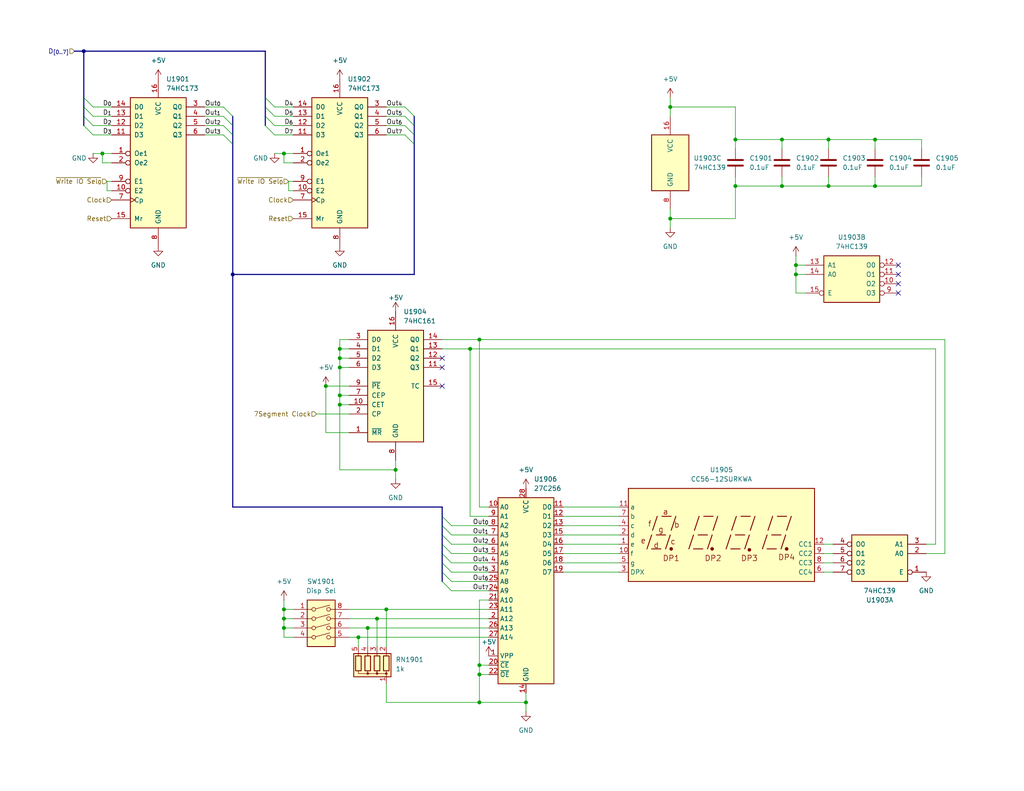
<source format=kicad_sch>
(kicad_sch (version 20250114) (generator "eeschema") (generator_version "9.0")
  (paper "USLetter")
  (title_block (title "BRISC8 CPU") (date "2025-06-26") (rev "v1.0.0") (company "Brian Duffy") (comment 3 "Compatible with the BRISC8 assembler and compiler suite.") (comment 4 "Simple 8-bit RISC CPU designed by Brian Duffy to explore the lowest level of computing."))
  (lib_symbols
    (symbol "74xx:74HCT173" (pin_names (offset 1.016))
      (property "Reference" "U" (at -7.62 19.05 0))
      (property "Value" "74HCT173" (at -7.62 -19.05 0))
      (symbol "74HCT173_1_0"
        (pin input line (at -12.7 15.24 0) (length 5.08) (name "D0") (number "14"))
        (pin input line (at -12.7 12.7 0) (length 5.08) (name "D1") (number "13"))
        (pin input line (at -12.7 10.16 0) (length 5.08) (name "D2") (number "12"))
        (pin input line (at -12.7 7.62 0) (length 5.08) (name "D3") (number "11"))
        (pin input inverted (at -12.7 2.54 0) (length 5.08) (name "Oe1") (number "1"))
        (pin input inverted (at -12.7 0 0) (length 5.08) (name "Oe2") (number "2"))
        (pin input inverted (at -12.7 -5.08 0) (length 5.08) (name "E1") (number "9"))
        (pin input inverted (at -12.7 -7.62 0) (length 5.08) (name "E2") (number "10"))
        (pin input clock (at -12.7 -10.16 0) (length 5.08) (name "Cp") (number "7"))
        (pin input line (at -12.7 -15.24 0) (length 5.08) (name "Mr") (number "15"))
        (pin power_in line (at 0 22.86 270) (length 5.08) (name "VCC") (number "16"))
        (pin power_in line (at 0 -22.86 90) (length 5.08) (name "GND") (number "8"))
        (pin tri_state line (at 12.7 15.24 180) (length 5.08) (name "Q0") (number "3"))
        (pin tri_state line (at 12.7 12.7 180) (length 5.08) (name "Q1") (number "4"))
        (pin tri_state line (at 12.7 10.16 180) (length 5.08) (name "Q2") (number "5"))
        (pin tri_state line (at 12.7 7.62 180) (length 5.08) (name "Q3") (number "6"))
      )
      (symbol "74HCT173_1_1"
        (rectangle (start -7.62 17.78) (end 7.62 -17.78) (stroke (width 0.254)) (fill (type background)))
      )
    )
    (symbol "74xx:74LS139" (pin_names (offset 1.016))
      (property "Reference" "U" (at -7.62 8.89 0))
      (property "Value" "74LS139" (at -7.62 -8.89 0))
      (symbol "74LS139_1_0"
        (pin input line (at -12.7 2.54 0) (length 5.08) (name "A1") (number "3"))
        (pin input line (at -12.7 0 0) (length 5.08) (name "A0") (number "2"))
        (pin input inverted (at -12.7 -5.08 0) (length 5.08) (name "E") (number "1"))
        (pin output inverted (at 12.7 2.54 180) (length 5.08) (name "O0") (number "4"))
        (pin output inverted (at 12.7 0 180) (length 5.08) (name "O1") (number "5"))
        (pin output inverted (at 12.7 -2.54 180) (length 5.08) (name "O2") (number "6"))
        (pin output inverted (at 12.7 -5.08 180) (length 5.08) (name "O3") (number "7"))
      )
      (symbol "74LS139_1_1"
        (rectangle (start -7.62 5.08) (end 7.62 -7.62) (stroke (width 0.254)) (fill (type background)))
      )
      (symbol "74LS139_2_0"
        (pin input line (at -12.7 2.54 0) (length 5.08) (name "A1") (number "13"))
        (pin input line (at -12.7 0 0) (length 5.08) (name "A0") (number "14"))
        (pin input inverted (at -12.7 -5.08 0) (length 5.08) (name "E") (number "15"))
        (pin output inverted (at 12.7 2.54 180) (length 5.08) (name "O0") (number "12"))
        (pin output inverted (at 12.7 0 180) (length 5.08) (name "O1") (number "11"))
        (pin output inverted (at 12.7 -2.54 180) (length 5.08) (name "O2") (number "10"))
        (pin output inverted (at 12.7 -5.08 180) (length 5.08) (name "O3") (number "9"))
      )
      (symbol "74LS139_2_1"
        (rectangle (start -7.62 5.08) (end 7.62 -7.62) (stroke (width 0.254)) (fill (type background)))
      )
      (symbol "74LS139_3_0"
        (pin power_in line (at 0 12.7 270) (length 5.08) (name "VCC") (number "16"))
        (pin power_in line (at 0 -12.7 90) (length 5.08) (name "GND") (number "8"))
      )
      (symbol "74LS139_3_1"
        (rectangle (start -5.08 7.62) (end 5.08 -7.62) (stroke (width 0.254)) (fill (type background)))
      )
    )
    (symbol "74xx:74LS161" (pin_names (offset 1.016))
      (property "Reference" "U" (at -7.62 16.51 0))
      (property "Value" "74LS161" (at -7.62 -16.51 0))
      (symbol "74LS161_1_0"
        (pin input line (at -12.7 12.7 0) (length 5.08) (name "D0") (number "3"))
        (pin input line (at -12.7 10.16 0) (length 5.08) (name "D1") (number "4"))
        (pin input line (at -12.7 7.62 0) (length 5.08) (name "D2") (number "5"))
        (pin input line (at -12.7 5.08 0) (length 5.08) (name "D3") (number "6"))
        (pin input line (at -12.7 0 0) (length 5.08) (name "~{PE}") (number "9"))
        (pin input line (at -12.7 -2.54 0) (length 5.08) (name "CEP") (number "7"))
        (pin input line (at -12.7 -5.08 0) (length 5.08) (name "CET") (number "10"))
        (pin input line (at -12.7 -7.62 0) (length 5.08) (name "CP") (number "2"))
        (pin input line (at -12.7 -12.7 0) (length 5.08) (name "~{MR}") (number "1"))
        (pin power_in line (at 0 20.32 270) (length 5.08) (name "VCC") (number "16"))
        (pin power_in line (at 0 -20.32 90) (length 5.08) (name "GND") (number "8"))
        (pin output line (at 12.7 12.7 180) (length 5.08) (name "Q0") (number "14"))
        (pin output line (at 12.7 10.16 180) (length 5.08) (name "Q1") (number "13"))
        (pin output line (at 12.7 7.62 180) (length 5.08) (name "Q2") (number "12"))
        (pin output line (at 12.7 5.08 180) (length 5.08) (name "Q3") (number "11"))
        (pin output line (at 12.7 0 180) (length 5.08) (name "TC") (number "15"))
      )
      (symbol "74LS161_1_1"
        (rectangle (start -7.62 15.24) (end 7.62 -15.24) (stroke (width 0.254)) (fill (type background)))
      )
    )
    (symbol "Device:C" (pin_numbers (hide yes)) (pin_names (offset 0.254))
      (property "Reference" "C" (at 0.635 2.54 0))
      (property "Value" "C" (at 0.635 -2.54 0))
      (symbol "C_0_1"
        (polyline (pts (xy -2.032 0.762) (xy 2.032 0.762)) (stroke (width 0.508)))
        (polyline (pts (xy -2.032 -0.762) (xy 2.032 -0.762)) (stroke (width 0.508)))
      )
      (symbol "C_1_1"
        (pin passive line (at 0 3.81 270) (length 2.794) (name "~") (number "1"))
        (pin passive line (at 0 -3.81 90) (length 2.794) (name "~") (number "2"))
      )
    )
    (symbol "Device:R_Network04" (pin_names (offset 0) (hide yes))
      (property "Reference" "RN" (at -7.62 0 90))
      (property "Value" "R_Network04" (at 5.08 0 90))
      (symbol "R_Network04_0_1"
        (rectangle (start -6.35 -3.175) (end 3.81 3.175) (stroke (width 0.254)) (fill (type background)))
        (rectangle (start -5.842 1.524) (end -4.318 -2.54) (stroke (width 0.254)))
        (circle (center -5.08 2.286) (radius 0.254) (fill (type outline)))
        (polyline (pts (xy -5.08 1.524) (xy -5.08 2.286) (xy -2.54 2.286) (xy -2.54 1.524)))
        (polyline (pts (xy -5.08 -2.54) (xy -5.08 -3.81)))
        (rectangle (start -3.302 1.524) (end -1.778 -2.54) (stroke (width 0.254)))
        (circle (center -2.54 2.286) (radius 0.254) (fill (type outline)))
        (polyline (pts (xy -2.54 1.524) (xy -2.54 2.286) (xy 0 2.286) (xy 0 1.524)))
        (polyline (pts (xy -2.54 -2.54) (xy -2.54 -3.81)))
        (rectangle (start -0.762 1.524) (end 0.762 -2.54) (stroke (width 0.254)))
        (circle (center 0 2.286) (radius 0.254) (fill (type outline)))
        (polyline (pts (xy 0 1.524) (xy 0 2.286) (xy 2.54 2.286) (xy 2.54 1.524)))
        (polyline (pts (xy 0 -2.54) (xy 0 -3.81)))
        (rectangle (start 1.778 1.524) (end 3.302 -2.54) (stroke (width 0.254)))
        (polyline (pts (xy 2.54 -2.54) (xy 2.54 -3.81)))
      )
      (symbol "R_Network04_1_1"
        (pin passive line (at -5.08 5.08 270) (length 2.54) (name "common") (number "1"))
        (pin passive line (at -5.08 -5.08 90) (length 1.27) (name "R1") (number "2"))
        (pin passive line (at -2.54 -5.08 90) (length 1.27) (name "R2") (number "3"))
        (pin passive line (at 0 -5.08 90) (length 1.27) (name "R3") (number "4"))
        (pin passive line (at 2.54 -5.08 90) (length 1.27) (name "R4") (number "5"))
      )
    )
    (symbol "Display_Character:CC56-12SURKWA"
      (property "Reference" "U" (at -24.13 13.97 0))
      (property "Value" "CC56-12SURKWA" (at 16.51 13.97 0))
      (symbol "CC56-12SURKWA_0_0"
        (rectangle (start -25.4 12.7) (end 25.4 -12.7) (stroke (width 0.254)) (fill (type background)))
        (polyline (pts (xy -20.32 -3.81) (xy -19.05 0)) (stroke (width 0.254)))
        (polyline (pts (xy -19.05 -3.81) (xy -16.51 -3.81)) (stroke (width 0.254)))
        (polyline (pts (xy -18.796 1.27) (xy -17.526 5.08)) (stroke (width 0.254)))
        (polyline (pts (xy -17.78 0) (xy -15.24 0)) (stroke (width 0.254)))
        (polyline (pts (xy -16.256 5.08) (xy -13.716 5.08)) (stroke (width 0.254)))
        (polyline (pts (xy -15.24 -3.81) (xy -13.97 0)) (stroke (width 0.254)))
        (polyline (pts (xy -13.716 1.27) (xy -12.446 5.08)) (stroke (width 0.254)))
        (polyline (pts (xy -8.89 -3.81) (xy -7.62 0)) (stroke (width 0.254)))
        (polyline (pts (xy -7.62 -3.81) (xy -5.08 -3.81)) (stroke (width 0.254)))
        (polyline (pts (xy -7.366 1.27) (xy -6.096 5.08)) (stroke (width 0.254)))
        (polyline (pts (xy -6.35 0) (xy -3.81 0)) (stroke (width 0.254)))
        (polyline (pts (xy -4.826 5.08) (xy -2.286 5.08)) (stroke (width 0.254)))
        (polyline (pts (xy -3.81 -3.81) (xy -2.54 0)) (stroke (width 0.254)))
        (polyline (pts (xy -2.286 1.27) (xy -1.016 5.08)) (stroke (width 0.254)))
        (polyline (pts (xy 1.27 -3.81) (xy 2.54 0)) (stroke (width 0.254)))
        (polyline (pts (xy 2.54 -3.81) (xy 5.08 -3.81)) (stroke (width 0.254)))
        (polyline (pts (xy 2.794 1.27) (xy 4.064 5.08)) (stroke (width 0.254)))
        (polyline (pts (xy 3.81 0) (xy 6.35 0)) (stroke (width 0.254)))
        (polyline (pts (xy 5.334 5.08) (xy 7.874 5.08)) (stroke (width 0.254)))
        (polyline (pts (xy 6.35 -3.81) (xy 7.62 0)) (stroke (width 0.254)))
        (polyline (pts (xy 7.874 1.27) (xy 9.144 5.08)) (stroke (width 0.254)))
        (polyline (pts (xy 11.176 -3.81) (xy 12.446 0)) (stroke (width 0.254)))
        (polyline (pts (xy 12.446 -3.81) (xy 14.986 -3.81)) (stroke (width 0.254)))
        (polyline (pts (xy 12.7 1.27) (xy 13.97 5.08)) (stroke (width 0.254)))
        (polyline (pts (xy 13.716 0) (xy 16.256 0)) (stroke (width 0.254)))
        (polyline (pts (xy 15.24 5.08) (xy 17.78 5.08)) (stroke (width 0.254)))
        (polyline (pts (xy 16.256 -3.81) (xy 17.526 0)) (stroke (width 0.254)))
        (polyline (pts (xy 17.78 1.27) (xy 19.05 5.08)) (stroke (width 0.254)))
        (text "e" (at -21.336 -1.524 0) (effects (font (size 1.524 1.524))))
        (text "f" (at -19.558 3.048 0) (effects (font (size 1.524 1.524))))
        (text "d" (at -17.78 -2.794 0) (effects (font (size 1.524 1.524))))
        (text "g" (at -16.51 1.524 0) (effects (font (size 1.524 1.524))))
        (text "a" (at -15.24 6.35 0) (effects (font (size 1.524 1.524))))
        (text "DP1" (at -13.716 -6.35 0) (effects (font (size 1.524 1.524))))
        (text "c" (at -13.208 -1.778 0) (effects (font (size 1.524 1.524))))
        (text "b" (at -12.192 2.794 0) (effects (font (size 1.524 1.524))))
        (text "DP2" (at -2.286 -6.35 0) (effects (font (size 1.524 1.524))))
        (text "DP3" (at 7.62 -6.35 0) (effects (font (size 1.524 1.524))))
        (text "DP4" (at 17.78 -6.096 0) (effects (font (size 1.524 1.524))))
      )
      (symbol "CC56-12SURKWA_0_1"
        (circle (center -13.716 -3.81) (radius 0.3556) (stroke (width 0.254)) (fill (type outline)))
        (circle (center -2.54 -3.81) (radius 0.3556) (stroke (width 0.254)) (fill (type outline)))
      )
      (symbol "CC56-12SURKWA_1_0"
        (circle (center 7.62 -4.064) (radius 0.3556) (stroke (width 0.254)) (fill (type outline)))
        (circle (center 17.78 -3.81) (radius 0.3556) (stroke (width 0.254)) (fill (type outline)))
      )
      (symbol "CC56-12SURKWA_1_1"
        (pin input line (at -27.94 7.62 0) (length 2.54) (name "a") (number "11"))
        (pin input line (at -27.94 5.08 0) (length 2.54) (name "b") (number "7"))
        (pin input line (at -27.94 2.54 0) (length 2.54) (name "c") (number "4"))
        (pin input line (at -27.94 0 0) (length 2.54) (name "d") (number "2"))
        (pin input line (at -27.94 -2.54 0) (length 2.54) (name "e") (number "1"))
        (pin input line (at -27.94 -5.08 0) (length 2.54) (name "f") (number "10"))
        (pin input line (at -27.94 -7.62 0) (length 2.54) (name "g") (number "5"))
        (pin input line (at -27.94 -10.16 0) (length 2.54) (name "DPX") (number "3"))
        (pin input line (at 27.94 -2.54 180) (length 2.54) (name "CC1") (number "12"))
        (pin input line (at 27.94 -5.08 180) (length 2.54) (name "CC2") (number "9"))
        (pin input line (at 27.94 -7.62 180) (length 2.54) (name "CC3") (number "8"))
        (pin input line (at 27.94 -10.16 180) (length 2.54) (name "CC4") (number "6"))
      )
    )
    (symbol "Memory_EPROM:27C256"
      (property "Reference" "U" (at -7.62 26.67 0))
      (property "Value" "27C256" (at 2.54 -26.67 0))
      (symbol "27C256_1_1"
        (rectangle (start -7.62 25.4) (end 7.62 -25.4) (stroke (width 0.254)) (fill (type background)))
        (pin input line (at -10.16 22.86 0) (length 2.54) (name "A0") (number "10"))
        (pin input line (at -10.16 20.32 0) (length 2.54) (name "A1") (number "9"))
        (pin input line (at -10.16 17.78 0) (length 2.54) (name "A2") (number "8"))
        (pin input line (at -10.16 15.24 0) (length 2.54) (name "A3") (number "7"))
        (pin input line (at -10.16 12.7 0) (length 2.54) (name "A4") (number "6"))
        (pin input line (at -10.16 10.16 0) (length 2.54) (name "A5") (number "5"))
        (pin input line (at -10.16 7.62 0) (length 2.54) (name "A6") (number "4"))
        (pin input line (at -10.16 5.08 0) (length 2.54) (name "A7") (number "3"))
        (pin input line (at -10.16 2.54 0) (length 2.54) (name "A8") (number "25"))
        (pin input line (at -10.16 0 0) (length 2.54) (name "A9") (number "24"))
        (pin input line (at -10.16 -2.54 0) (length 2.54) (name "A10") (number "21"))
        (pin input line (at -10.16 -5.08 0) (length 2.54) (name "A11") (number "23"))
        (pin input line (at -10.16 -7.62 0) (length 2.54) (name "A12") (number "2"))
        (pin input line (at -10.16 -10.16 0) (length 2.54) (name "A13") (number "26"))
        (pin input line (at -10.16 -12.7 0) (length 2.54) (name "A14") (number "27"))
        (pin input line (at -10.16 -17.78 0) (length 2.54) (name "VPP") (number "1"))
        (pin input line (at -10.16 -20.32 0) (length 2.54) (name "~{CE}") (number "20"))
        (pin input line (at -10.16 -22.86 0) (length 2.54) (name "~{OE}") (number "22"))
        (pin power_in line (at 0 27.94 270) (length 2.54) (name "VCC") (number "28"))
        (pin power_in line (at 0 -27.94 90) (length 2.54) (name "GND") (number "14"))
        (pin tri_state line (at 10.16 22.86 180) (length 2.54) (name "D0") (number "11"))
        (pin tri_state line (at 10.16 20.32 180) (length 2.54) (name "D1") (number "12"))
        (pin tri_state line (at 10.16 17.78 180) (length 2.54) (name "D2") (number "13"))
        (pin tri_state line (at 10.16 15.24 180) (length 2.54) (name "D3") (number "15"))
        (pin tri_state line (at 10.16 12.7 180) (length 2.54) (name "D4") (number "16"))
        (pin tri_state line (at 10.16 10.16 180) (length 2.54) (name "D5") (number "17"))
        (pin tri_state line (at 10.16 7.62 180) (length 2.54) (name "D6") (number "18"))
        (pin tri_state line (at 10.16 5.08 180) (length 2.54) (name "D7") (number "19"))
      )
    )
    (symbol "Switch:SW_DIP_x04" (pin_names (offset 0) (hide yes))
      (property "Reference" "SW" (at 0 8.89 0))
      (property "Value" "SW_DIP_x04" (at 0 -6.35 0))
      (symbol "SW_DIP_x04_0_0"
        (circle (center -2.032 5.08) (radius 0.508))
        (circle (center -2.032 2.54) (radius 0.508))
        (circle (center -2.032 0) (radius 0.508))
        (circle (center -2.032 -2.54) (radius 0.508))
        (polyline (pts (xy -1.524 5.207) (xy 2.3622 6.2484)))
        (polyline (pts (xy -1.524 2.667) (xy 2.3622 3.7084)))
        (polyline (pts (xy -1.524 0.127) (xy 2.3622 1.1684)))
        (polyline (pts (xy -1.524 -2.3876) (xy 2.3622 -1.3462)))
        (circle (center 2.032 5.08) (radius 0.508))
        (circle (center 2.032 2.54) (radius 0.508))
        (circle (center 2.032 0) (radius 0.508))
        (circle (center 2.032 -2.54) (radius 0.508))
      )
      (symbol "SW_DIP_x04_0_1"
        (rectangle (start -3.81 7.62) (end 3.81 -5.08) (stroke (width 0.254)) (fill (type background)))
      )
      (symbol "SW_DIP_x04_1_1"
        (pin passive line (at -7.62 5.08 0) (length 5.08) (name "~") (number "1"))
        (pin passive line (at -7.62 2.54 0) (length 5.08) (name "~") (number "2"))
        (pin passive line (at -7.62 0 0) (length 5.08) (name "~") (number "3"))
        (pin passive line (at -7.62 -2.54 0) (length 5.08) (name "~") (number "4"))
        (pin passive line (at 7.62 5.08 180) (length 5.08) (name "~") (number "8"))
        (pin passive line (at 7.62 2.54 180) (length 5.08) (name "~") (number "7"))
        (pin passive line (at 7.62 0 180) (length 5.08) (name "~") (number "6"))
        (pin passive line (at 7.62 -2.54 180) (length 5.08) (name "~") (number "5"))
      )
    )
    (symbol "power:+5V" (power) (pin_numbers (hide yes)) (pin_names (offset 0) (hide yes))
      (property "Value" "+5V" (at 0 3.556 0))
      (symbol "+5V_0_1"
        (polyline (pts (xy -0.762 1.27) (xy 0 2.54)))
        (polyline (pts (xy 0 2.54) (xy 0.762 1.27)))
        (polyline (pts (xy 0 0) (xy 0 2.54)))
      )
      (symbol "+5V_1_1"
        (pin power_in line (at 0 0 90) (length 0) (name "~") (number "1"))
      )
    )
    (symbol "power:GND" (power) (pin_numbers (hide yes)) (pin_names (offset 0) (hide yes))
      (property "Value" "GND" (at 0 -3.81 0))
      (symbol "GND_0_1"
        (polyline (pts (xy 0 0) (xy 0 -1.27) (xy 1.27 -1.27) (xy 0 -2.54) (xy -1.27 -1.27) (xy 0 -1.27)))
      )
      (symbol "GND_1_1"
        (pin power_in line (at 0 0 270) (length 0) (name "~") (number "1"))
      )
    )
  )
  (junction (at 143.51 191.77))
  (junction (at 182.88 29.21))
  (junction (at 77.47 41.91))
  (junction (at 226.06 50.8))
  (junction (at 130.81 191.77))
  (junction (at 22.86 13.97))
  (junction (at 97.79 173.99))
  (junction (at 200.66 38.1))
  (junction (at 213.36 38.1))
  (junction (at 238.76 50.8))
  (junction (at 92.71 100.33))
  (junction (at 107.95 128.27))
  (junction (at 217.17 72.39))
  (junction (at 88.9 105.41))
  (junction (at 130.81 181.61))
  (junction (at 130.81 92.71))
  (junction (at 77.47 168.91))
  (junction (at 102.87 168.91))
  (junction (at 226.06 38.1))
  (junction (at 213.36 50.8))
  (junction (at 77.47 171.45))
  (junction (at 105.41 166.37))
  (junction (at 100.33 171.45))
  (junction (at 200.66 50.8))
  (junction (at 63.5 74.93))
  (junction (at 128.27 95.25))
  (junction (at 77.47 166.37))
  (junction (at 92.71 107.95))
  (junction (at 27.94 41.91))
  (junction (at 217.17 74.93))
  (junction (at 238.76 38.1))
  (junction (at 130.81 184.15))
  (junction (at 92.71 95.25))
  (junction (at 92.71 110.49))
  (junction (at 182.88 59.69))
  (junction (at 92.71 97.79))
  (no_connect (at 245.11 77.47))
  (no_connect (at 245.11 72.39))
  (no_connect (at 120.65 97.79))
  (no_connect (at 245.11 74.93))
  (no_connect (at 245.11 80.01))
  (no_connect (at 120.65 100.33))
  (no_connect (at 120.65 105.41))
  (bus_entry (at 74.93 31.75) (size -2.54 -2.54))
  (bus_entry (at 110.49 36.83) (size 2.54 2.54))
  (bus_entry (at 123.19 148.59) (size -2.54 -2.54))
  (bus_entry (at 60.96 29.21) (size 2.54 2.54))
  (bus_entry (at 110.49 31.75) (size 2.54 2.54))
  (bus_entry (at 74.93 29.21) (size -2.54 -2.54))
  (bus_entry (at 123.19 161.29) (size -2.54 -2.54))
  (bus_entry (at 110.49 34.29) (size 2.54 2.54))
  (bus_entry (at 25.4 36.83) (size -2.54 -2.54))
  (bus_entry (at 60.96 34.29) (size 2.54 2.54))
  (bus_entry (at 25.4 29.21) (size -2.54 -2.54))
  (bus_entry (at 123.19 153.67) (size -2.54 -2.54))
  (bus_entry (at 25.4 31.75) (size -2.54 -2.54))
  (bus_entry (at 60.96 36.83) (size 2.54 2.54))
  (bus_entry (at 123.19 156.21) (size -2.54 -2.54))
  (bus_entry (at 74.93 36.83) (size -2.54 -2.54))
  (bus_entry (at 123.19 146.05) (size -2.54 -2.54))
  (bus_entry (at 60.96 31.75) (size 2.54 2.54))
  (bus_entry (at 110.49 29.21) (size 2.54 2.54))
  (bus_entry (at 25.4 34.29) (size -2.54 -2.54))
  (bus_entry (at 123.19 151.13) (size -2.54 -2.54))
  (bus_entry (at 123.19 143.51) (size -2.54 -2.54))
  (bus_entry (at 74.93 34.29) (size -2.54 -2.54))
  (bus_entry (at 123.19 158.75) (size -2.54 -2.54))
  (wire (pts (xy 251.46 50.8) (xy 238.76 50.8)))
  (wire (pts (xy 120.65 92.71) (xy 130.81 92.71)))
  (wire (pts (xy 25.4 29.21) (xy 30.48 29.21)))
  (wire (pts (xy 29.21 52.07) (xy 29.21 49.53)))
  (wire (pts (xy 128.27 140.97) (xy 133.35 140.97)))
  (bus (pts (xy 63.5 74.93) (xy 63.5 39.37)))
  (wire (pts (xy 213.36 50.8) (xy 200.66 50.8)))
  (wire (pts (xy 27.94 44.45) (xy 27.94 41.91)))
  (wire (pts (xy 130.81 184.15) (xy 130.81 181.61)))
  (wire (pts (xy 257.81 92.71) (xy 130.81 92.71)))
  (bus (pts (xy 22.86 13.97) (xy 72.39 13.97)))
  (wire (pts (xy 55.88 34.29) (xy 60.96 34.29)))
  (wire (pts (xy 92.71 95.25) (xy 95.25 95.25)))
  (wire (pts (xy 133.35 138.43) (xy 130.81 138.43)))
  (wire (pts (xy 143.51 191.77) (xy 143.51 189.23)))
  (wire (pts (xy 213.36 38.1) (xy 213.36 40.64)))
  (bus (pts (xy 113.03 39.37) (xy 113.03 74.93)))
  (wire (pts (xy 77.47 163.83) (xy 77.47 166.37)))
  (wire (pts (xy 77.47 168.91) (xy 77.47 166.37)))
  (wire (pts (xy 80.01 173.99) (xy 77.47 173.99)))
  (wire (pts (xy 92.71 107.95) (xy 95.25 107.95)))
  (wire (pts (xy 95.25 171.45) (xy 100.33 171.45)))
  (bus (pts (xy 22.86 31.75) (xy 22.86 29.21)))
  (wire (pts (xy 92.71 128.27) (xy 107.95 128.27)))
  (wire (pts (xy 107.95 128.27) (xy 107.95 125.73)))
  (wire (pts (xy 182.88 29.21) (xy 182.88 31.75)))
  (wire (pts (xy 100.33 171.45) (xy 133.35 171.45)))
  (wire (pts (xy 88.9 105.41) (xy 95.25 105.41)))
  (wire (pts (xy 168.91 153.67) (xy 153.67 153.67)))
  (wire (pts (xy 105.41 29.21) (xy 110.49 29.21)))
  (wire (pts (xy 200.66 50.8) (xy 200.66 48.26)))
  (wire (pts (xy 217.17 74.93) (xy 219.71 74.93)))
  (wire (pts (xy 226.06 50.8) (xy 213.36 50.8)))
  (wire (pts (xy 55.88 29.21) (xy 60.96 29.21)))
  (wire (pts (xy 77.47 171.45) (xy 80.01 171.45)))
  (bus (pts (xy 120.65 143.51) (xy 120.65 140.97)))
  (wire (pts (xy 78.74 52.07) (xy 78.74 49.53)))
  (wire (pts (xy 95.25 92.71) (xy 92.71 92.71)))
  (wire (pts (xy 92.71 100.33) (xy 95.25 100.33)))
  (wire (pts (xy 226.06 38.1) (xy 226.06 40.64)))
  (bus (pts (xy 63.5 138.43) (xy 63.5 74.93)))
  (wire (pts (xy 105.41 36.83) (xy 110.49 36.83)))
  (bus (pts (xy 63.5 138.43) (xy 120.65 138.43)))
  (bus (pts (xy 63.5 34.29) (xy 63.5 36.83)))
  (wire (pts (xy 55.88 36.83) (xy 60.96 36.83)))
  (bus (pts (xy 113.03 31.75) (xy 113.03 34.29)))
  (wire (pts (xy 238.76 50.8) (xy 226.06 50.8)))
  (wire (pts (xy 168.91 138.43) (xy 153.67 138.43)))
  (wire (pts (xy 78.74 49.53) (xy 80.01 49.53)))
  (wire (pts (xy 200.66 38.1) (xy 200.66 29.21)))
  (wire (pts (xy 100.33 171.45) (xy 100.33 176.53)))
  (wire (pts (xy 25.4 31.75) (xy 30.48 31.75)))
  (wire (pts (xy 88.9 105.41) (xy 88.9 118.11)))
  (wire (pts (xy 95.25 110.49) (xy 92.71 110.49)))
  (wire (pts (xy 77.47 171.45) (xy 77.47 168.91)))
  (wire (pts (xy 97.79 173.99) (xy 133.35 173.99)))
  (wire (pts (xy 74.93 29.21) (xy 80.01 29.21)))
  (wire (pts (xy 80.01 44.45) (xy 77.47 44.45)))
  (bus (pts (xy 113.03 34.29) (xy 113.03 36.83)))
  (wire (pts (xy 77.47 173.99) (xy 77.47 171.45)))
  (wire (pts (xy 238.76 38.1) (xy 238.76 40.64)))
  (wire (pts (xy 105.41 166.37) (xy 105.41 176.53)))
  (bus (pts (xy 63.5 31.75) (xy 63.5 34.29)))
  (wire (pts (xy 105.41 31.75) (xy 110.49 31.75)))
  (wire (pts (xy 105.41 34.29) (xy 110.49 34.29)))
  (wire (pts (xy 30.48 52.07) (xy 29.21 52.07)))
  (bus (pts (xy 63.5 36.83) (xy 63.5 39.37)))
  (bus (pts (xy 120.65 146.05) (xy 120.65 143.51)))
  (wire (pts (xy 92.71 100.33) (xy 92.71 107.95)))
  (wire (pts (xy 95.25 118.11) (xy 88.9 118.11)))
  (wire (pts (xy 200.66 40.64) (xy 200.66 38.1)))
  (wire (pts (xy 182.88 59.69) (xy 200.66 59.69)))
  (wire (pts (xy 219.71 80.01) (xy 217.17 80.01)))
  (wire (pts (xy 92.71 97.79) (xy 92.71 100.33)))
  (bus (pts (xy 120.65 151.13) (xy 120.65 148.59)))
  (wire (pts (xy 251.46 48.26) (xy 251.46 50.8)))
  (wire (pts (xy 95.25 166.37) (xy 105.41 166.37)))
  (wire (pts (xy 80.01 52.07) (xy 78.74 52.07)))
  (wire (pts (xy 130.81 181.61) (xy 133.35 181.61)))
  (wire (pts (xy 130.81 191.77) (xy 143.51 191.77)))
  (wire (pts (xy 97.79 173.99) (xy 97.79 176.53)))
  (wire (pts (xy 95.25 173.99) (xy 97.79 173.99)))
  (wire (pts (xy 133.35 163.83) (xy 130.81 163.83)))
  (wire (pts (xy 217.17 74.93) (xy 217.17 72.39)))
  (wire (pts (xy 27.94 41.91) (xy 30.48 41.91)))
  (wire (pts (xy 217.17 72.39) (xy 219.71 72.39)))
  (wire (pts (xy 105.41 166.37) (xy 133.35 166.37)))
  (wire (pts (xy 120.65 95.25) (xy 128.27 95.25)))
  (bus (pts (xy 113.03 36.83) (xy 113.03 39.37)))
  (wire (pts (xy 255.27 95.25) (xy 128.27 95.25)))
  (bus (pts (xy 120.65 148.59) (xy 120.65 146.05)))
  (wire (pts (xy 217.17 69.85) (xy 217.17 72.39)))
  (bus (pts (xy 72.39 26.67) (xy 72.39 29.21)))
  (wire (pts (xy 168.91 140.97) (xy 153.67 140.97)))
  (bus (pts (xy 120.65 158.75) (xy 120.65 156.21)))
  (wire (pts (xy 133.35 161.29) (xy 123.19 161.29)))
  (wire (pts (xy 133.35 151.13) (xy 123.19 151.13)))
  (wire (pts (xy 133.35 148.59) (xy 123.19 148.59)))
  (wire (pts (xy 168.91 156.21) (xy 153.67 156.21)))
  (wire (pts (xy 133.35 184.15) (xy 130.81 184.15)))
  (wire (pts (xy 74.93 36.83) (xy 80.01 36.83)))
  (wire (pts (xy 130.81 92.71) (xy 130.81 138.43)))
  (bus (pts (xy 72.39 13.97) (xy 72.39 26.67)))
  (wire (pts (xy 143.51 194.31) (xy 143.51 191.77)))
  (bus (pts (xy 20.32 13.97) (xy 22.86 13.97)))
  (wire (pts (xy 102.87 168.91) (xy 102.87 176.53)))
  (wire (pts (xy 133.35 153.67) (xy 123.19 153.67)))
  (wire (pts (xy 200.66 29.21) (xy 182.88 29.21)))
  (wire (pts (xy 92.71 110.49) (xy 92.71 128.27)))
  (wire (pts (xy 213.36 50.8) (xy 213.36 48.26)))
  (wire (pts (xy 213.36 38.1) (xy 226.06 38.1)))
  (wire (pts (xy 74.93 41.91) (xy 77.47 41.91)))
  (wire (pts (xy 92.71 95.25) (xy 92.71 97.79)))
  (wire (pts (xy 227.33 151.13) (xy 224.79 151.13)))
  (wire (pts (xy 168.91 151.13) (xy 153.67 151.13)))
  (bus (pts (xy 120.65 156.21) (xy 120.65 153.67)))
  (wire (pts (xy 128.27 95.25) (xy 128.27 140.97)))
  (wire (pts (xy 95.25 168.91) (xy 102.87 168.91)))
  (wire (pts (xy 92.71 92.71) (xy 92.71 95.25)))
  (wire (pts (xy 255.27 95.25) (xy 255.27 148.59)))
  (wire (pts (xy 217.17 80.01) (xy 217.17 74.93)))
  (wire (pts (xy 200.66 38.1) (xy 213.36 38.1)))
  (wire (pts (xy 77.47 44.45) (xy 77.47 41.91)))
  (wire (pts (xy 252.73 151.13) (xy 257.81 151.13)))
  (wire (pts (xy 133.35 143.51) (xy 123.19 143.51)))
  (wire (pts (xy 74.93 34.29) (xy 80.01 34.29)))
  (wire (pts (xy 102.87 168.91) (xy 133.35 168.91)))
  (wire (pts (xy 133.35 146.05) (xy 123.19 146.05)))
  (wire (pts (xy 77.47 166.37) (xy 80.01 166.37)))
  (wire (pts (xy 77.47 168.91) (xy 80.01 168.91)))
  (wire (pts (xy 30.48 44.45) (xy 27.94 44.45)))
  (wire (pts (xy 77.47 41.91) (xy 80.01 41.91)))
  (wire (pts (xy 200.66 59.69) (xy 200.66 50.8)))
  (wire (pts (xy 86.36 113.03) (xy 95.25 113.03)))
  (wire (pts (xy 226.06 38.1) (xy 238.76 38.1)))
  (wire (pts (xy 29.21 49.53) (xy 30.48 49.53)))
  (bus (pts (xy 22.86 26.67) (xy 22.86 13.97)))
  (wire (pts (xy 182.88 62.23) (xy 182.88 59.69)))
  (bus (pts (xy 22.86 34.29) (xy 22.86 31.75)))
  (wire (pts (xy 238.76 48.26) (xy 238.76 50.8)))
  (wire (pts (xy 92.71 97.79) (xy 95.25 97.79)))
  (wire (pts (xy 133.35 156.21) (xy 123.19 156.21)))
  (wire (pts (xy 130.81 163.83) (xy 130.81 181.61)))
  (wire (pts (xy 92.71 110.49) (xy 92.71 107.95)))
  (wire (pts (xy 25.4 34.29) (xy 30.48 34.29)))
  (bus (pts (xy 72.39 29.21) (xy 72.39 31.75)))
  (wire (pts (xy 107.95 130.81) (xy 107.95 128.27)))
  (wire (pts (xy 74.93 31.75) (xy 80.01 31.75)))
  (wire (pts (xy 182.88 59.69) (xy 182.88 57.15)))
  (wire (pts (xy 227.33 153.67) (xy 224.79 153.67)))
  (wire (pts (xy 25.4 36.83) (xy 30.48 36.83)))
  (wire (pts (xy 168.91 148.59) (xy 153.67 148.59)))
  (wire (pts (xy 255.27 148.59) (xy 252.73 148.59)))
  (wire (pts (xy 227.33 148.59) (xy 224.79 148.59)))
  (wire (pts (xy 55.88 31.75) (xy 60.96 31.75)))
  (wire (pts (xy 238.76 38.1) (xy 251.46 38.1)))
  (bus (pts (xy 63.5 74.93) (xy 113.03 74.93)))
  (bus (pts (xy 22.86 29.21) (xy 22.86 26.67)))
  (wire (pts (xy 226.06 48.26) (xy 226.06 50.8)))
  (wire (pts (xy 105.41 191.77) (xy 130.81 191.77)))
  (bus (pts (xy 120.65 153.67) (xy 120.65 151.13)))
  (wire (pts (xy 130.81 184.15) (xy 130.81 191.77)))
  (wire (pts (xy 182.88 26.67) (xy 182.88 29.21)))
  (wire (pts (xy 105.41 186.69) (xy 105.41 191.77)))
  (bus (pts (xy 120.65 140.97) (xy 120.65 138.43)))
  (wire (pts (xy 168.91 146.05) (xy 153.67 146.05)))
  (wire (pts (xy 25.4 41.91) (xy 27.94 41.91)))
  (wire (pts (xy 227.33 156.21) (xy 224.79 156.21)))
  (wire (pts (xy 257.81 92.71) (xy 257.81 151.13)))
  (wire (pts (xy 251.46 38.1) (xy 251.46 40.64)))
  (bus (pts (xy 72.39 31.75) (xy 72.39 34.29)))
  (wire (pts (xy 168.91 143.51) (xy 153.67 143.51)))
  (wire (pts (xy 133.35 158.75) (xy 123.19 158.75)))
  (label "Out_{2}" (at 55.88 34.29 0))
  (label "Out_{5}" (at 105.41 31.75 0))
  (label "Out_{6}" (at 133.35 158.75 180))
  (label "Out_{0}" (at 133.35 143.51 180))
  (label "D_{3}" (at 30.48 36.83 180))
  (label "Out_{4}" (at 105.41 29.21 0))
  (label "Out_{3}" (at 133.35 151.13 180))
  (label "Out_{2}" (at 133.35 148.59 180))
  (label "D_{7}" (at 80.01 36.83 180))
  (label "Out_{0}" (at 55.88 29.21 0))
  (label "D_{6}" (at 80.01 34.29 180))
  (label "D_{0}" (at 30.48 29.21 180))
  (label "Out_{5}" (at 133.35 156.21 180))
  (label "D_{2}" (at 30.48 34.29 180))
  (label "Out_{1}" (at 55.88 31.75 0))
  (label "Out_{1}" (at 133.35 146.05 180))
  (label "Out_{7}" (at 133.35 161.29 180))
  (label "Out_{4}" (at 133.35 153.67 180))
  (label "Out_{3}" (at 55.88 36.83 0))
  (label "D_{1}" (at 30.48 31.75 180))
  (label "D_{5}" (at 80.01 31.75 180))
  (label "Out_{7}" (at 105.41 36.83 0))
  (label "Out_{6}" (at 105.41 34.29 0))
  (label "D_{4}" (at 80.01 29.21 180))
  (hierarchical_label "Clock" (shape input) (at 80.01 54.61 180))
  (hierarchical_label "Clock" (shape input) (at 30.48 54.61 180))
  (hierarchical_label "~{Write IO Sel_{0}}" (shape input) (at 29.21 49.53 180))
  (hierarchical_label "Reset" (shape input) (at 30.48 59.69 180))
  (hierarchical_label "D_{[0..7]}" (shape input) (at 20.32 13.97 180))
  (hierarchical_label "Reset" (shape input) (at 80.01 59.69 180))
  (hierarchical_label "~{Write IO Sel_{0}}" (shape input) (at 78.74 49.53 180))
  (hierarchical_label "7Segment Clock" (shape input) (at 86.36 113.03 180))
  (symbol (lib_id "Device:C") (at 213.36 44.45 0) (unit 1)
    (property "Reference" "C1902" (at 217.17 43.1799 0) (effects (justify left)))
    (property "Value" "0.1uF" (at 217.17 45.7199 0) (effects (justify left)))
    (property "Footprint" "Capacitor_THT:C_Rect_L4.0mm_W2.5mm_P2.50mm" (effects (hide yes)))
    (property "Description" "Unpolarized capacitor" (effects (hide yes)))
  )
  (symbol (lib_id "power:+5V") (at 133.35 179.07 0) (unit 1)
    (property "Reference" "#PWR01916" (effects (hide yes)))
    (property "Value" "+5V" (at 133.35 175.26 0))
    (property "Description" "Power symbol creates a global label with name \"+5V\"" (effects (hide yes)))
  )
  (symbol (lib_id "power:+5V") (at 107.95 85.09 0) (unit 1)
    (property "Reference" "#PWR01910" (effects (hide yes)))
    (property "Value" "+5V" (at 107.95 81.28 0))
    (property "Description" "Power symbol creates a global label with name \"+5V\"" (effects (hide yes)))
  )
  (symbol (lib_id "power:+5V") (at 182.88 26.67 0) (unit 1)
    (property "Reference" "#PWR01903" (effects (hide yes)))
    (property "Value" "+5V" (at 182.88 21.59 0))
    (property "Description" "Power symbol creates a global label with name \"+5V\"" (effects (hide yes)))
  )
  (symbol (lib_id "power:+5V") (at 92.71 21.59 0) (unit 1)
    (property "Reference" "#PWR01902" (effects (hide yes)))
    (property "Value" "+5V" (at 92.71 16.51 0))
    (property "Description" "Power symbol creates a global label with name \"+5V\"" (effects (hide yes)))
  )
  (symbol (lib_id "power:+5V") (at 77.47 163.83 0) (unit 1)
    (property "Reference" "#PWR01915" (effects (hide yes)))
    (property "Value" "+5V" (at 77.47 158.75 0))
    (property "Description" "Power symbol creates a global label with name \"+5V\"" (effects (hide yes)))
  )
  (symbol (lib_id "Device:C") (at 200.66 44.45 0) (unit 1)
    (property "Reference" "C1901" (at 204.47 43.1799 0) (effects (justify left)))
    (property "Value" "0.1uF" (at 204.47 45.7199 0) (effects (justify left)))
    (property "Footprint" "Capacitor_THT:C_Rect_L4.0mm_W2.5mm_P2.50mm" (effects (hide yes)))
    (property "Description" "Unpolarized capacitor" (effects (hide yes)))
  )
  (symbol (lib_id "power:GND") (at 182.88 62.23 0) (unit 1)
    (property "Reference" "#PWR01906" (effects (hide yes)))
    (property "Value" "GND" (at 182.88 67.31 0))
    (property "Description" "Power symbol creates a global label with name \"GND\" , ground" (effects (hide yes)))
  )
  (symbol (lib_id "power:GND") (at 74.93 41.91 0) (unit 1)
    (property "Reference" "#PWR01905" (effects (hide yes)))
    (property "Value" "GND" (at 71.12 43.18 0))
    (property "Description" "Power symbol creates a global label with name \"GND\" , ground" (effects (hide yes)))
  )
  (symbol (lib_id "power:+5V") (at 88.9 105.41 0) (unit 1)
    (property "Reference" "#PWR01911" (effects (hide yes)))
    (property "Value" "+5V" (at 88.9 100.33 0))
    (property "Description" "Power symbol creates a global label with name \"+5V\"" (effects (hide yes)))
  )
  (symbol (lib_id "Memory_EPROM:27C256") (at 143.51 161.29 0) (unit 1)
    (property "Reference" "U1906" (at 145.6533 130.81 0) (effects (justify left)))
    (property "Value" "27C256" (at 145.6533 133.35 0) (effects (justify left)))
    (property "Footprint" "Package_DIP:DIP-28_W15.24mm_Socket" (effects (hide yes)))
    (property "Datasheet" "http://ww1.microchip.com/downloads/en/DeviceDoc/doc0014.pdf" (effects (hide yes)))
    (property "Description" "OTP EPROM 256 KiBit" (effects (hide yes)))
  )
  (symbol (lib_id "power:+5V") (at 43.18 21.59 0) (unit 1)
    (property "Reference" "#PWR01901" (effects (hide yes)))
    (property "Value" "+5V" (at 43.18 16.51 0))
    (property "Description" "Power symbol creates a global label with name \"+5V\"" (effects (hide yes)))
  )
  (symbol (lib_id "power:GND") (at 43.18 67.31 0) (unit 1)
    (property "Reference" "#PWR01907" (effects (hide yes)))
    (property "Value" "GND" (at 43.18 72.39 0))
    (property "Description" "Power symbol creates a global label with name \"GND\" , ground" (effects (hide yes)))
  )
  (symbol (lib_id "power:+5V") (at 217.17 69.85 0) (unit 1)
    (property "Reference" "#PWR01909" (effects (hide yes)))
    (property "Value" "+5V" (at 217.17 64.77 0))
    (property "Description" "Power symbol creates a global label with name \"+5V\"" (effects (hide yes)))
  )
  (symbol (lib_id "74xx:74HCT173") (at 92.71 44.45 0) (unit 1)
    (property "Reference" "U1902" (at 94.8533 21.59 0) (effects (justify left)))
    (property "Value" "74HC173" (at 94.8533 24.13 0) (effects (justify left)))
    (property "Footprint" "Package_DIP:DIP-16_W7.62mm" (effects (hide yes)))
    (property "Datasheet" "https://www.ti.com/lit/ds/symlink/cd74hc173.pdf" (effects (hide yes)))
    (property "Description" "4-bit D-type Register, 3 state out" (effects (hide yes)))
  )
  (symbol (lib_id "74xx:74LS161") (at 107.95 105.41 0) (unit 1)
    (property "Reference" "U1904" (at 110.0933 85.09 0) (effects (justify left)))
    (property "Value" "74HC161" (at 110.0933 87.63 0) (effects (justify left)))
    (property "Footprint" "Package_DIP:DIP-16_W7.62mm" (effects (hide yes)))
    (property "Datasheet" "http://www.ti.com/lit/gpn/sn74LS161" (effects (hide yes)))
    (property "Description" "Synchronous 4-bit programmable binary Counter" (effects (hide yes)))
  )
  (symbol (lib_id "Device:C") (at 251.46 44.45 0) (unit 1)
    (property "Reference" "C1905" (at 255.27 43.1799 0) (effects (justify left)))
    (property "Value" "0.1uF" (at 255.27 45.7199 0) (effects (justify left)))
    (property "Footprint" "Capacitor_THT:C_Rect_L4.0mm_W2.5mm_P2.50mm" (effects (hide yes)))
    (property "Description" "Unpolarized capacitor" (effects (hide yes)))
  )
  (symbol (lib_id "power:GND") (at 92.71 67.31 0) (unit 1)
    (property "Reference" "#PWR01908" (effects (hide yes)))
    (property "Value" "GND" (at 92.71 72.39 0))
    (property "Description" "Power symbol creates a global label with name \"GND\" , ground" (effects (hide yes)))
  )
  (symbol (lib_id "Device:R_Network04") (at 100.33 181.61 180) (unit 1)
    (property "Reference" "RN1901" (at 107.95 180.0859 0) (effects (justify right)))
    (property "Value" "1k" (at 107.95 182.6259 0) (effects (justify right)))
    (property "Footprint" "Resistor_THT:R_Array_SIP5" (effects (hide yes)))
    (property "Datasheet" "http://www.vishay.com/docs/31509/csc.pdf" (effects (hide yes)))
    (property "Description" "4 resistor network, star topology, bussed resistors, small symbol" (effects (hide yes)))
  )
  (symbol (lib_id "Device:C") (at 238.76 44.45 0) (unit 1)
    (property "Reference" "C1904" (at 242.57 43.1799 0) (effects (justify left)))
    (property "Value" "0.1uF" (at 242.57 45.7199 0) (effects (justify left)))
    (property "Footprint" "Capacitor_THT:C_Rect_L4.0mm_W2.5mm_P2.50mm" (effects (hide yes)))
    (property "Description" "Unpolarized capacitor" (effects (hide yes)))
  )
  (symbol (lib_id "power:GND") (at 25.4 41.91 0) (unit 1)
    (property "Reference" "#PWR01904" (effects (hide yes)))
    (property "Value" "GND" (at 21.59 43.18 0))
    (property "Description" "Power symbol creates a global label with name \"GND\" , ground" (effects (hide yes)))
  )
  (symbol (lib_id "power:GND") (at 143.51 194.31 0) (unit 1)
    (property "Reference" "#PWR01917" (effects (hide yes)))
    (property "Value" "GND" (at 143.51 199.39 0))
    (property "Description" "Power symbol creates a global label with name \"GND\" , ground" (effects (hide yes)))
  )
  (symbol (lib_id "Switch:SW_DIP_x04") (at 87.63 171.45 0) (unit 1)
    (property "Reference" "SW1901" (at 87.63 158.75 0))
    (property "Value" "Disp Sel" (at 87.63 161.29 0))
    (property "Footprint" "Package_DIP:DIP-8_W7.62mm" (effects (hide yes)))
    (property "Description" "4x DIP Switch, Single Pole Single Throw (SPST) switch, small symbol" (effects (hide yes)))
  )
  (symbol (lib_id "74xx:74LS139") (at 240.03 151.13 0) (mirror y) (unit 1)
    (property "Reference" "U1903" (at 240.03 163.83 0))
    (property "Value" "74HC139" (at 240.03 161.29 0))
    (property "Footprint" "Package_DIP:DIP-16_W7.62mm" (effects (hide yes)))
    (property "Datasheet" "http://www.ti.com/lit/ds/symlink/sn74ls139a.pdf" (effects (hide yes)))
    (property "Description" "Dual Decoder 1 of 4, Active low outputs" (effects (hide yes)))
  )
  (symbol (lib_id "power:GND") (at 107.95 130.81 0) (unit 1)
    (property "Reference" "#PWR01912" (effects (hide yes)))
    (property "Value" "GND" (at 107.95 135.89 0))
    (property "Description" "Power symbol creates a global label with name \"GND\" , ground" (effects (hide yes)))
  )
  (symbol (lib_id "Display_Character:CC56-12SURKWA") (at 196.85 146.05 0) (unit 1)
    (property "Reference" "U1905" (at 196.85 128.27 0))
    (property "Value" "CC56-12SURKWA" (at 196.85 130.81 0))
    (property "Footprint" "Display_7Segment:CA56-12SURKWA" (effects (hide yes)))
    (property "Datasheet" "http://www.kingbright.com/attachments/file/psearch/000/00/00/CC56-12SURKWA(Ver.7A).pdf" (effects (hide yes)))
    (property "Description" "4 digit 7 segment hyper red LED, common cathode" (effects (hide yes)))
  )
  (symbol (lib_id "Device:C") (at 226.06 44.45 0) (unit 1)
    (property "Reference" "C1903" (at 229.87 43.1799 0) (effects (justify left)))
    (property "Value" "0.1uF" (at 229.87 45.7199 0) (effects (justify left)))
    (property "Footprint" "Capacitor_THT:C_Rect_L4.0mm_W2.5mm_P2.50mm" (effects (hide yes)))
    (property "Description" "Unpolarized capacitor" (effects (hide yes)))
  )
  (symbol (lib_id "74xx:74HCT173") (at 43.18 44.45 0) (unit 1)
    (property "Reference" "U1901" (at 45.3233 21.59 0) (effects (justify left)))
    (property "Value" "74HC173" (at 45.3233 24.13 0) (effects (justify left)))
    (property "Footprint" "Package_DIP:DIP-16_W7.62mm" (effects (hide yes)))
    (property "Datasheet" "https://www.ti.com/lit/ds/symlink/cd74hc173.pdf" (effects (hide yes)))
    (property "Description" "4-bit D-type Register, 3 state out" (effects (hide yes)))
  )
  (symbol (lib_id "74xx:74LS139") (at 182.88 44.45 0) (unit 3)
    (property "Reference" "U1903" (at 189.23 43.1799 0) (effects (justify left)))
    (property "Value" "74HC139" (at 189.23 45.7199 0) (effects (justify left)))
    (property "Footprint" "Package_DIP:DIP-16_W7.62mm" (effects (hide yes)))
    (property "Datasheet" "http://www.ti.com/lit/ds/symlink/sn74ls139a.pdf" (effects (hide yes)))
    (property "Description" "Dual Decoder 1 of 4, Active low outputs" (effects (hide yes)))
  )
  (symbol (lib_id "74xx:74LS139") (at 232.41 74.93 0) (unit 2)
    (property "Reference" "U1903" (at 232.41 64.77 0))
    (property "Value" "74HC139" (at 232.41 67.31 0))
    (property "Footprint" "Package_DIP:DIP-16_W7.62mm" (effects (hide yes)))
    (property "Datasheet" "http://www.ti.com/lit/ds/symlink/sn74ls139a.pdf" (effects (hide yes)))
    (property "Description" "Dual Decoder 1 of 4, Active low outputs" (effects (hide yes)))
  )
  (symbol (lib_id "power:+5V") (at 143.51 133.35 0) (unit 1)
    (property "Reference" "#PWR01913" (effects (hide yes)))
    (property "Value" "+5V" (at 143.51 128.27 0))
    (property "Description" "Power symbol creates a global label with name \"+5V\"" (effects (hide yes)))
  )
  (symbol (lib_id "power:GND") (at 252.73 156.21 0) (unit 1)
    (property "Reference" "#PWR01914" (effects (hide yes)))
    (property "Value" "GND" (at 252.73 161.29 0))
    (property "Description" "Power symbol creates a global label with name \"GND\" , ground" (effects (hide yes)))
  )
)
</source>
